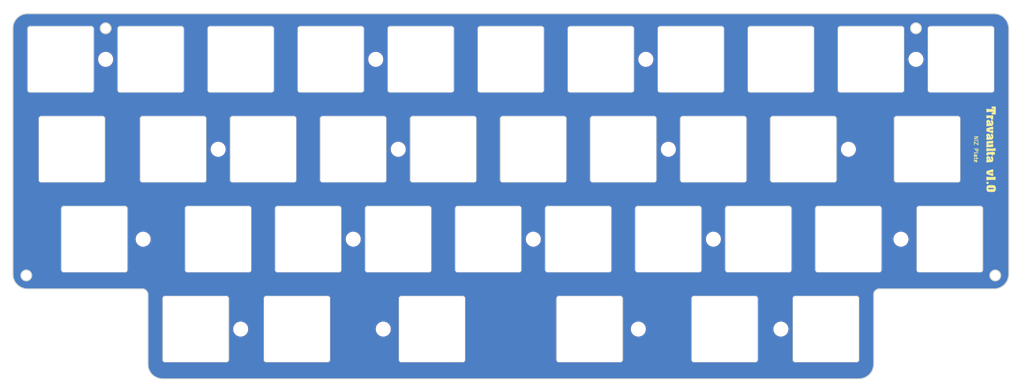
<source format=kicad_pcb>
(kicad_pcb (version 20221018) (generator pcbnew)
  (layers (0 "F.Cu" signal) (31 "B.Cu" signal) (34 "B.Paste" user) (35 "F.Paste" user) (36 "B.SilkS" user "B.Silkscreen") (37 "F.SilkS" user "F.Silkscreen") (38 "B.Mask" user) (39 "F.Mask" user) (44 "Edge.Cuts" user))
  (net 0 "")
  (net 1 "GND")
  (footprint "cipulot_parts:plate_cut_ecs_pad_NIZ" (layer "F.Cu") (at 192.0875 76.2)
    (fp_text reference "REF**")
    (fp_text value "Value " hide)
    (fp_line (start -7 -6.5) (end -7 6.5) (stroke (width 0.1)) (layer "Edge.Cuts"))
    (fp_line (start -6.5 -7) (end 6.5 -7) (stroke (width 0.1)) (layer "Edge.Cuts"))
    (fp_line (start -6.5 7) (end 6.5 7) (stroke (width 0.1)) (layer "Edge.Cuts"))
    (fp_line (start 7 -6.5) (end 7 6.5) (stroke (width 0.1)) (layer "Edge.Cuts"))
    (fp_arc (start -7 -6.5) (mid -6.853553 -6.853553) (end -6.5 -7) (stroke (width 0.1)) (layer "Edge.Cuts"))
    (fp_arc (start -6.5 7) (mid -6.853526 6.853526) (end -7 6.5) (stroke (width 0.1)) (layer "Edge.Cuts"))
    (fp_arc (start 6.5 -7) (mid 6.853524 -6.853524) (end 7 -6.5) (stroke (width 0.1)) (layer "Edge.Cuts"))
    (fp_arc (start 7 6.5) (mid 6.853553 6.853553) (end 6.5 7) (stroke (width 0.1)) (layer "Edge.Cuts"))
  )
  (footprint "cipulot_parts:plate_cut_ecs_pad_NIZ" (layer "F.Cu") (at 125.4125 95.25)
    (fp_text reference "REF**")
    (fp_text value "Value " hide)
    (fp_line (start -7 -6.5) (end -7 6.5) (stroke (width 0.1)) (layer "Edge.Cuts"))
    (fp_line (start -6.5 -7) (end 6.5 -7) (stroke (width 0.1)) (layer "Edge.Cuts"))
    (fp_line (start -6.5 7) (end 6.5 7) (stroke (width 0.1)) (layer "Edge.Cuts"))
    (fp_line (start 7 -6.5) (end 7 6.5) (stroke (width 0.1)) (layer "Edge.Cuts"))
    (fp_arc (start -7 -6.5) (mid -6.853553 -6.853553) (end -6.5 -7) (stroke (width 0.1)) (layer "Edge.Cuts"))
    (fp_arc (start -6.5 7) (mid -6.853526 6.853526) (end -7 6.5) (stroke (width 0.1)) (layer "Edge.Cuts"))
    (fp_arc (start 6.5 -7) (mid 6.853524 -6.853524) (end 7 -6.5) (stroke (width 0.1)) (layer "Edge.Cuts"))
    (fp_arc (start 7 6.5) (mid 6.853553 6.853553) (end 6.5 7) (stroke (width 0.1)) (layer "Edge.Cuts"))
  )
  (footprint "cipulot_parts:HOLE_M2" (layer "F.Cu") (at 115.8875 95.25)
    (fp_text reference "H5" hide)
    (fp_text value "MountingHole" hide)
    (pad "" np_thru_hole circle (at 0 0) (size 2.2 2.2) (drill 2.2) (layers "*.Cu" "*.Mask" "F.SilkS") (clearance 0.5))
  )
  (footprint "cipulot_parts:plate_cut_ecs_pad_NIZ" (layer "F.Cu") (at 187.325 57.15)
    (fp_text reference "REF**")
    (fp_text value "Value " hide)
    (fp_line (start -7 -6.5) (end -7 6.5) (stroke (width 0.1)) (layer "Edge.Cuts"))
    (fp_line (start -6.5 -7) (end 6.5 -7) (stroke (width 0.1)) (layer "Edge.Cuts"))
    (fp_line (start -6.5 7) (end 6.5 7) (stroke (width 0.1)) (layer "Edge.Cuts"))
    (fp_line (start 7 -6.5) (end 7 6.5) (stroke (width 0.1)) (layer "Edge.Cuts"))
    (fp_arc (start -7 -6.5) (mid -6.853553 -6.853553) (end -6.5 -7) (stroke (width 0.1)) (layer "Edge.Cuts"))
    (fp_arc (start -6.5 7) (mid -6.853526 6.853526) (end -7 6.5) (stroke (width 0.1)) (layer "Edge.Cuts"))
    (fp_arc (start 6.5 -7) (mid 6.853524 -6.853524) (end 7 -6.5) (stroke (width 0.1)) (layer "Edge.Cuts"))
    (fp_arc (start 7 6.5) (mid 6.853553 6.853553) (end 6.5 7) (stroke (width 0.1)) (layer "Edge.Cuts"))
  )
  (footprint "cipulot_parts:plate_cut_ecs_pad_NIZ" (layer "F.Cu") (at 134.9375 76.2)
    (fp_text reference "REF**")
    (fp_text value "Value " hide)
    (fp_line (start -7 -6.5) (end -7 6.5) (stroke (width 0.1)) (layer "Edge.Cuts"))
    (fp_line (start -6.5 -7) (end 6.5 -7) (stroke (width 0.1)) (layer "Edge.Cuts"))
    (fp_line (start -6.5 7) (end 6.5 7) (stroke (width 0.1)) (layer "Edge.Cuts"))
    (fp_line (start 7 -6.5) (end 7 6.5) (stroke (width 0.1)) (layer "Edge.Cuts"))
    (fp_arc (start -7 -6.5) (mid -6.853553 -6.853553) (end -6.5 -7) (stroke (width 0.1)) (layer "Edge.Cuts"))
    (fp_arc (start -6.5 7) (mid -6.853526 6.853526) (end -7 6.5) (stroke (width 0.1)) (layer "Edge.Cuts"))
    (fp_arc (start 6.5 -7) (mid 6.853524 -6.853524) (end 7 -6.5) (stroke (width 0.1)) (layer "Edge.Cuts"))
    (fp_arc (start 7 6.5) (mid 6.853553 6.853553) (end 6.5 7) (stroke (width 0.1)) (layer "Edge.Cuts"))
  )
  (footprint "cipulot_parts:plate_cut_ecs_pad_NIZ" (layer "F.Cu") (at 96.8375 76.2)
    (fp_text reference "REF**")
    (fp_text value "Value " hide)
    (fp_line (start -7 -6.5) (end -7 6.5) (stroke (width 0.1)) (layer "Edge.Cuts"))
    (fp_line (start -6.5 -7) (end 6.5 -7) (stroke (width 0.1)) (layer "Edge.Cuts"))
    (fp_line (start -6.5 7) (end 6.5 7) (stroke (width 0.1)) (layer "Edge.Cuts"))
    (fp_line (start 7 -6.5) (end 7 6.5) (stroke (width 0.1)) (layer "Edge.Cuts"))
    (fp_arc (start -7 -6.5) (mid -6.853553 -6.853553) (end -6.5 -7) (stroke (width 0.1)) (layer "Edge.Cuts"))
    (fp_arc (start -6.5 7) (mid -6.853526 6.853526) (end -7 6.5) (stroke (width 0.1)) (layer "Edge.Cuts"))
    (fp_arc (start 6.5 -7) (mid 6.853524 -6.853524) (end 7 -6.5) (stroke (width 0.1)) (layer "Edge.Cuts"))
    (fp_arc (start 7 6.5) (mid 6.853553 6.853553) (end 6.5 7) (stroke (width 0.1)) (layer "Edge.Cuts"))
  )
  (footprint "cipulot_parts:plate_cut_ecs_pad_NIZ" (layer "F.Cu") (at 115.8875 76.2)
    (fp_text reference "REF**")
    (fp_text value "Value " hide)
    (fp_line (start -7 -6.5) (end -7 6.5) (stroke (width 0.1)) (layer "Edge.Cuts"))
    (fp_line (start -6.5 -7) (end 6.5 -7) (stroke (width 0.1)) (layer "Edge.Cuts"))
    (fp_line (start -6.5 7) (end 6.5 7) (stroke (width 0.1)) (layer "Edge.Cuts"))
    (fp_line (start 7 -6.5) (end 7 6.5) (stroke (width 0.1)) (layer "Edge.Cuts"))
    (fp_arc (start -7 -6.5) (mid -6.853553 -6.853553) (end -6.5 -7) (stroke (width 0.1)) (layer "Edge.Cuts"))
    (fp_arc (start -6.5 7) (mid -6.853526 6.853526) (end -7 6.5) (stroke (width 0.1)) (layer "Edge.Cuts"))
    (fp_arc (start 6.5 -7) (mid 6.853524 -6.853524) (end 7 -6.5) (stroke (width 0.1)) (layer "Edge.Cuts"))
    (fp_arc (start 7 6.5) (mid 6.853553 6.853553) (end 6.5 7) (stroke (width 0.1)) (layer "Edge.Cuts"))
  )
  (footprint "" (layer "F.Cu") (at 176.2125 114.3)
    (fp_text reference "" (at 0 0) (layer "F.SilkS") (effects (font (size 1.27 1.27))))
    (fp_text value "" (at 0 0) (layer "F.SilkS") (effects (font (size 1.27 1.27))))
    (pad "" np_thru_hole circle (at 0 0) (size 2.2 2.2) (drill 2.2) (layers "*.Cu" "*.Mask" "F.SilkS") (clearance 0.5))
  )
  (footprint "" (layer "F.Cu") (at 71.4375 95.25)
    (fp_text reference "" (at 0 0) (layer "F.SilkS") (effects (font (size 1.27 1.27))))
    (fp_text value "" (at 0 0) (layer "F.SilkS") (effects (font (size 1.27 1.27))))
    (pad "" np_thru_hole circle (at 0 0) (size 2.2 2.2) (drill 2.2) (layers "*.Cu" "*.Mask" "F.SilkS") (clearance 0.5))
  )
  (footprint "cipulot_parts:plate_cut_ecs_pad_NIZ" (layer "F.Cu") (at 194.47 114.3)
    (fp_text reference "REF**")
    (fp_text value "Value " hide)
    (fp_line (start -7 -6.5) (end -7 6.5) (stroke (width 0.1)) (layer "Edge.Cuts"))
    (fp_line (start -6.5 -7) (end 6.5 -7) (stroke (width 0.1)) (layer "Edge.Cuts"))
    (fp_line (start -6.5 7) (end 6.5 7) (stroke (width 0.1)) (layer "Edge.Cuts"))
    (fp_line (start 7 -6.5) (end 7 6.5) (stroke (width 0.1)) (layer "Edge.Cuts"))
    (fp_arc (start -7 -6.5) (mid -6.853553 -6.853553) (end -6.5 -7) (stroke (width 0.1)) (layer "Edge.Cuts"))
    (fp_arc (start -6.5 7) (mid -6.853526 6.853526) (end -7 6.5) (stroke (width 0.1)) (layer "Edge.Cuts"))
    (fp_arc (start 6.5 -7) (mid 6.853524 -6.853524) (end 7 -6.5) (stroke (width 0.1)) (layer "Edge.Cuts"))
    (fp_arc (start 7 6.5) (mid 6.853553 6.853553) (end 6.5 7) (stroke (width 0.1)) (layer "Edge.Cuts"))
  )
  (footprint "cipulot_parts:plate_cut_ecs_pad_NIZ" (layer "F.Cu") (at 165.892 114.3)
    (fp_text reference "REF**" hide)
    (fp_text value "Value " hide)
    (fp_line (start -7 -6.5) (end -7 6.5) (stroke (width 0.1)) (layer "Edge.Cuts"))
    (fp_line (start -6.5 -7) (end 6.5 -7) (stroke (width 0.1)) (layer "Edge.Cuts"))
    (fp_line (start -6.5 7) (end 6.5 7) (stroke (width 0.1)) (layer "Edge.Cuts"))
    (fp_line (start 7 -6.5) (end 7 6.5) (stroke (width 0.1)) (layer "Edge.Cuts"))
    (fp_arc (start -7 -6.5) (mid -6.853553 -6.853553) (end -6.5 -7) (stroke (width 0.1)) (layer "Edge.Cuts"))
    (fp_arc (start -6.5 7) (mid -6.853526 6.853526) (end -7 6.5) (stroke (width 0.1)) (layer "Edge.Cuts"))
    (fp_arc (start 6.5 -7) (mid 6.853524 -6.853524) (end 7 -6.5) (stroke (width 0.1)) (layer "Edge.Cuts"))
    (fp_arc (start 7 6.5) (mid 6.853553 6.853553) (end 6.5 7) (stroke (width 0.1)) (layer "Edge.Cuts"))
  )
  (footprint "cipulot_parts:plate_cut_ecs_pad_NIZ" (layer "F.Cu") (at 77.7875 76.2)
    (fp_text reference "REF**")
    (fp_text value "Value " hide)
    (fp_line (start -7 -6.5) (end -7 6.5) (stroke (width 0.1)) (layer "Edge.Cuts"))
    (fp_line (start -6.5 -7) (end 6.5 -7) (stroke (width 0.1)) (layer "Edge.Cuts"))
    (fp_line (start -6.5 7) (end 6.5 7) (stroke (width 0.1)) (layer "Edge.Cuts"))
    (fp_line (start 7 -6.5) (end 7 6.5) (stroke (width 0.1)) (layer "Edge.Cuts"))
    (fp_arc (start -7 -6.5) (mid -6.853553 -6.853553) (end -6.5 -7) (stroke (width 0.1)) (layer "Edge.Cuts"))
    (fp_arc (start -6.5 7) (mid -6.853526 6.853526) (end -7 6.5) (stroke (width 0.1)) (layer "Edge.Cuts"))
    (fp_arc (start 6.5 -7) (mid 6.853524 -6.853524) (end 7 -6.5) (stroke (width 0.1)) (layer "Edge.Cuts"))
    (fp_arc (start 7 6.5) (mid 6.853553 6.853553) (end 6.5 7) (stroke (width 0.1)) (layer "Edge.Cuts"))
  )
  (footprint "" (layer "F.Cu") (at 92.075 114.3)
    (fp_text reference "" (at 0 0) (layer "F.SilkS") (effects (font (size 1.27 1.27))))
    (fp_text value "" (at 0 0) (layer "F.SilkS") (effects (font (size 1.27 1.27))))
    (pad "" np_thru_hole circle (at 0 0) (size 2.2 2.2) (drill 2.2) (layers "*.Cu" "*.Mask" "F.SilkS") (clearance 0.5))
  )
  (footprint "" (layer "F.Cu") (at 206.375 114.3)
    (fp_text reference "" (at 0 0) (layer "F.SilkS") (effects (font (size 1.27 1.27))))
    (fp_text value "" (at 0 0) (layer "F.SilkS") (effects (font (size 1.27 1.27))))
    (pad "" np_thru_hole circle (at 0 0) (size 2.2 2.2) (drill 2.2) (layers "*.Cu" "*.Mask" "F.SilkS") (clearance 0.5))
  )
  (footprint "cipulot_parts:plate_cut_ecs_pad_NIZ" (layer "F.Cu") (at 132.555 114.3)
    (fp_text reference "REF**")
    (fp_text value "Value " hide)
    (fp_line (start -7 -6.5) (end -7 6.5) (stroke (width 0.1)) (layer "Edge.Cuts"))
    (fp_line (start -6.5 -7) (end 6.5 -7) (stroke (width 0.1)) (layer "Edge.Cuts"))
    (fp_line (start -6.5 7) (end 6.5 7) (stroke (width 0.1)) (layer "Edge.Cuts"))
    (fp_line (start 7 -6.5) (end 7 6.5) (stroke (width 0.1)) (layer "Edge.Cuts"))
    (fp_arc (start -7 -6.5) (mid -6.853553 -6.853553) (end -6.5 -7) (stroke (width 0.1)) (layer "Edge.Cuts"))
    (fp_arc (start -6.5 7) (mid -6.853526 6.853526) (end -7 6.5) (stroke (width 0.1)) (layer "Edge.Cuts"))
    (fp_arc (start 6.5 -7) (mid 6.853524 -6.853524) (end 7 -6.5) (stroke (width 0.1)) (layer "Edge.Cuts"))
    (fp_arc (start 7 6.5) (mid 6.853553 6.853553) (end 6.5 7) (stroke (width 0.1)) (layer "Edge.Cuts"))
  )
  (footprint "cipulot_parts:plate_cut_ecs_pad_NIZ" (layer "F.Cu") (at 163.5125 95.25)
    (fp_text reference "REF**")
    (fp_text value "Value " hide)
    (fp_line (start -7 -6.5) (end -7 6.5) (stroke (width 0.1)) (layer "Edge.Cuts"))
    (fp_line (start -6.5 -7) (end 6.5 -7) (stroke (width 0.1)) (layer "Edge.Cuts"))
    (fp_line (start -6.5 7) (end 6.5 7) (stroke (width 0.1)) (layer "Edge.Cuts"))
    (fp_line (start 7 -6.5) (end 7 6.5) (stroke (width 0.1)) (layer "Edge.Cuts"))
    (fp_arc (start -7 -6.5) (mid -6.853553 -6.853553) (end -6.5 -7) (stroke (width 0.1)) (layer "Edge.Cuts"))
    (fp_arc (start -6.5 7) (mid -6.853526 6.853526) (end -7 6.5) (stroke (width 0.1)) (layer "Edge.Cuts"))
    (fp_arc (start 6.5 -7) (mid 6.853524 -6.853524) (end 7 -6.5) (stroke (width 0.1)) (layer "Edge.Cuts"))
    (fp_arc (start 7 6.5) (mid 6.853553 6.853553) (end 6.5 7) (stroke (width 0.1)) (layer "Edge.Cuts"))
  )
  (footprint "cipulot_parts:plate_cut_ecs_pad_NIZ" (layer "F.Cu") (at 82.55 114.3)
    (fp_text reference "REF**")
    (fp_text value "Value " hide)
    (fp_line (start -7 -6.5) (end -7 6.5) (stroke (width 0.1)) (layer "Edge.Cuts"))
    (fp_line (start -6.5 -7) (end 6.5 -7) (stroke (width 0.1)) (layer "Edge.Cuts"))
    (fp_line (start -6.5 7) (end 6.5 7) (stroke (width 0.1)) (layer "Edge.Cuts"))
    (fp_line (start 7 -6.5) (end 7 6.5) (stroke (width 0.1)) (layer "Edge.Cuts"))
    (fp_arc (start -7 -6.5) (mid -6.853553 -6.853553) (end -6.5 -7) (stroke (width 0.1)) (layer "Edge.Cuts"))
    (fp_arc (start -6.5 7) (mid -6.853526 6.853526) (end -7 6.5) (stroke (width 0.1)) (layer "Edge.Cuts"))
    (fp_arc (start 6.5 -7) (mid 6.853524 -6.853524) (end 7 -6.5) (stroke (width 0.1)) (layer "Edge.Cuts"))
    (fp_arc (start 7 6.5) (mid 6.853553 6.853553) (end 6.5 7) (stroke (width 0.1)) (layer "Edge.Cuts"))
  )
  (footprint "cipulot_parts:plate_cut_ecs_pad_NIZ" (layer "F.Cu") (at 153.9875 76.2)
    (fp_text reference "REF**")
    (fp_text value "Value " hide)
    (fp_line (start -7 -6.5) (end -7 6.5) (stroke (width 0.1)) (layer "Edge.Cuts"))
    (fp_line (start -6.5 -7) (end 6.5 -7) (stroke (width 0.1)) (layer "Edge.Cuts"))
    (fp_line (start -6.5 7) (end 6.5 7) (stroke (width 0.1)) (layer "Edge.Cuts"))
    (fp_line (start 7 -6.5) (end 7 6.5) (stroke (width 0.1)) (layer "Edge.Cuts"))
    (fp_arc (start -7 -6.5) (mid -6.853553 -6.853553) (end -6.5 -7) (stroke (width 0.1)) (layer "Edge.Cuts"))
    (fp_arc (start -6.5 7) (mid -6.853526 6.853526) (end -7 6.5) (stroke (width 0.1)) (layer "Edge.Cuts"))
    (fp_arc (start 6.5 -7) (mid 6.853524 -6.853524) (end 7 -6.5) (stroke (width 0.1)) (layer "Edge.Cuts"))
    (fp_arc (start 7 6.5) (mid 6.853553 6.853553) (end 6.5 7) (stroke (width 0.1)) (layer "Edge.Cuts"))
  )
  (footprint "cipulot_parts:plate_cut_ecs_pad_NIZ" (layer "F.Cu") (at 225.425 57.15)
    (fp_text reference "REF**")
    (fp_text value "Value " hide)
    (fp_line (start -7 -6.5) (end -7 6.5) (stroke (width 0.1)) (layer "Edge.Cuts"))
    (fp_line (start -6.5 -7) (end 6.5 -7) (stroke (width 0.1)) (layer "Edge.Cuts"))
    (fp_line (start -6.5 7) (end 6.5 7) (stroke (width 0.1)) (layer "Edge.Cuts"))
    (fp_line (start 7 -6.5) (end 7 6.5) (stroke (width 0.1)) (layer "Edge.Cuts"))
    (fp_arc (start -7 -6.5) (mid -6.853553 -6.853553) (end -6.5 -7) (stroke (width 0.1)) (layer "Edge.Cuts"))
    (fp_arc (start -6.5 7) (mid -6.853526 6.853526) (end -7 6.5) (stroke (width 0.1)) (layer "Edge.Cuts"))
    (fp_arc (start 6.5 -7) (mid 6.853524 -6.853524) (end 7 -6.5) (stroke (width 0.1)) (layer "Edge.Cuts"))
    (fp_arc (start 7 6.5) (mid 6.853553 6.853553) (end 6.5 7) (stroke (width 0.1)) (layer "Edge.Cuts"))
  )
  (footprint "cipulot_parts:plate_cut_ecs_pad_NIZ" (layer "F.Cu") (at 61.12 95.25)
    (fp_text reference "REF**")
    (fp_text value "Value " hide)
    (fp_line (start -7 -6.5) (end -7 6.5) (stroke (width 0.1)) (layer "Edge.Cuts"))
    (fp_line (start -6.5 -7) (end 6.5 -7) (stroke (width 0.1)) (layer "Edge.Cuts"))
    (fp_line (start -6.5 7) (end 6.5 7) (stroke (width 0.1)) (layer "Edge.Cuts"))
    (fp_line (start 7 -6.5) (end 7 6.5) (stroke (width 0.1)) (layer "Edge.Cuts"))
    (fp_arc (start -7 -6.5) (mid -6.853553 -6.853553) (end -6.5 -7) (stroke (width 0.1)) (layer "Edge.Cuts"))
    (fp_arc (start -6.5 7) (mid -6.853526 6.853526) (end -7 6.5) (stroke (width 0.1)) (layer "Edge.Cuts"))
    (fp_arc (start 6.5 -7) (mid 6.853524 -6.853524) (end 7 -6.5) (stroke (width 0.1)) (layer "Edge.Cuts"))
    (fp_arc (start 7 6.5) (mid 6.853553 6.853553) (end 6.5 7) (stroke (width 0.1)) (layer "Edge.Cuts"))
  )
  (footprint "cipulot_parts:plate_cut_ecs_pad_NIZ" (layer "F.Cu") (at 168.275 57.15)
    (fp_text reference "REF**")
    (fp_text value "Value " hide)
    (fp_line (start -7 -6.5) (end -7 6.5) (stroke (width 0.1)) (layer "Edge.Cuts"))
    (fp_line (start -6.5 -7) (end 6.5 -7) (stroke (width 0.1)) (layer "Edge.Cuts"))
    (fp_line (start -6.5 7) (end 6.5 7) (stroke (width 0.1)) (layer "Edge.Cuts"))
    (fp_line (start 7 -6.5) (end 7 6.5) (stroke (width 0.1)) (layer "Edge.Cuts"))
    (fp_arc (start -7 -6.5) (mid -6.853553 -6.853553) (end -6.5 -7) (stroke (width 0.1)) (layer "Edge.Cuts"))
    (fp_arc (start -6.5 7) (mid -6.853526 6.853526) (end -7 6.5) (stroke (width 0.1)) (layer "Edge.Cuts"))
    (fp_arc (start 6.5 -7) (mid 6.853524 -6.853524) (end 7 -6.5) (stroke (width 0.1)) (layer "Edge.Cuts"))
    (fp_arc (start 7 6.5) (mid 6.853553 6.853553) (end 6.5 7) (stroke (width 0.1)) (layer "Edge.Cuts"))
  )
  (footprint "" (layer "F.Cu") (at 177.8 57.15)
    (fp_text reference "" (at 0 0) (layer "F.SilkS") (effects (font (size 1.27 1.27))))
    (fp_text value "" (at 0 0) (layer "F.SilkS") (effects (font (size 1.27 1.27))))
    (pad "" np_thru_hole circle (at 0 0) (size 2.2 2.2) (drill 2.2) (layers "*.Cu" "*.Mask" "F.SilkS") (clearance 0.5))
  )
  (footprint "cipulot_parts:plate_cut_ecs_pad_NIZ" (layer "F.Cu") (at 201.6125 95.25)
    (fp_text reference "REF**")
    (fp_text value "Value " hide)
    (fp_line (start -7 -6.5) (end -7 6.5) (stroke (width 0.1)) (layer "Edge.Cuts"))
    (fp_line (start -6.5 -7) (end 6.5 -7) (stroke (width 0.1)) (layer "Edge.Cuts"))
    (fp_line (start -6.5 7) (end 6.5 7) (stroke (width 0.1)) (layer "Edge.Cuts"))
    (fp_line (start 7 -6.5) (end 7 6.5) (stroke (width 0.1)) (layer "Edge.Cuts"))
    (fp_arc (start -7 -6.5) (mid -6.853553 -6.853553) (end -6.5 -7) (stroke (width 0.1)) (layer "Edge.Cuts"))
    (fp_arc (start -6.5 7) (mid -6.853526 6.853526) (end -7 6.5) (stroke (width 0.1)) (layer "Edge.Cuts"))
    (fp_arc (start 6.5 -7) (mid 6.853524 -6.853524) (end 7 -6.5) (stroke (width 0.1)) (layer "Edge.Cuts"))
    (fp_arc (start 7 6.5) (mid 6.853553 6.853553) (end 6.5 7) (stroke (width 0.1)) (layer "Edge.Cuts"))
  )
  (footprint "cipulot_parts:plate_cut_ecs_pad_NIZ" (layer "F.Cu") (at 237.33 76.2)
    (fp_text reference "REF**")
    (fp_text value "Value " hide)
    (fp_line (start -7 -6.5) (end -7 6.5) (stroke (width 0.1)) (layer "Edge.Cuts"))
    (fp_line (start -6.5 -7) (end 6.5 -7) (stroke (width 0.1)) (layer "Edge.Cuts"))
    (fp_line (start -6.5 7) (end 6.5 7) (stroke (width 0.1)) (layer "Edge.Cuts"))
    (fp_line (start 7 -6.5) (end 7 6.5) (stroke (width 0.1)) (layer "Edge.Cuts"))
    (fp_arc (start -7 -6.5) (mid -6.853553 -6.853553) (end -6.5 -7) (stroke (width 0.1)) (layer "Edge.Cuts"))
    (fp_arc (start -6.5 7) (mid -6.853526 6.853526) (end -7 6.5) (stroke (width 0.1)) (layer "Edge.Cuts"))
    (fp_arc (start 6.5 -7) (mid 6.853524 -6.853524) (end 7 -6.5) (stroke (width 0.1)) (layer "Edge.Cuts"))
    (fp_arc (start 7 6.5) (mid 6.853553 6.853553) (end 6.5 7) (stroke (width 0.1)) (layer "Edge.Cuts"))
  )
  (footprint "cipulot_parts:plate_cut_ecs_pad_NIZ" (layer "F.Cu") (at 53.975 57.15)
    (fp_text reference "REF**")
    (fp_text value "Value " hide)
    (fp_line (start -7 -6.5) (end -7 6.5) (stroke (width 0.1)) (layer "Edge.Cuts"))
    (fp_line (start -6.5 -7) (end 6.5 -7) (stroke (width 0.1)) (layer "Edge.Cuts"))
    (fp_line (start -6.5 7) (end 6.5 7) (stroke (width 0.1)) (layer "Edge.Cuts"))
    (fp_line (start 7 -6.5) (end 7 6.5) (stroke (width 0.1)) (layer "Edge.Cuts"))
    (fp_arc (start -7 -6.5) (mid -6.853553 -6.853553) (end -6.5 -7) (stroke (width 0.1)) (layer "Edge.Cuts"))
    (fp_arc (start -6.5 7) (mid -6.853526 6.853526) (end -7 6.5) (stroke (width 0.1)) (layer "Edge.Cuts"))
    (fp_arc (start 6.5 -7) (mid 6.853524 -6.853524) (end 7 -6.5) (stroke (width 0.1)) (layer "Edge.Cuts"))
    (fp_arc (start 7 6.5) (mid 6.853553 6.853553) (end 6.5 7) (stroke (width 0.1)) (layer "Edge.Cuts"))
  )
  (footprint "" (layer "F.Cu") (at 122.2375 114.3)
    (fp_text reference "" (at 0 0) (layer "F.SilkS") (effects (font (size 1.27 1.27))))
    (fp_text value "" (at 0 0) (layer "F.SilkS") (effects (font (size 1.27 1.27))))
    (pad "" np_thru_hole circle (at 0 0) (size 2.2 2.2) (drill 2.2) (layers "*.Cu" "*.Mask" "F.SilkS") (clearance 0.5))
  )
  (footprint "cipulot_parts:plate_cut_ecs_pad_NIZ" (layer "F.Cu") (at 220.6625 95.25)
    (fp_text reference "REF**")
    (fp_text value "Value " hide)
    (fp_line (start -7 -6.5) (end -7 6.5) (stroke (width 0.1)) (layer "Edge.Cuts"))
    (fp_line (start -6.5 -7) (end 6.5 -7) (stroke (width 0.1)) (layer "Edge.Cuts"))
    (fp_line (start -6.5 7) (end 6.5 7) (stroke (width 0.1)) (layer "Edge.Cuts"))
    (fp_line (start 7 -6.5) (end 7 6.5) (stroke (width 0.1)) (layer "Edge.Cuts"))
    (fp_arc (start -7 -6.5) (mid -6.853553 -6.853553) (end -6.5 -7) (stroke (width 0.1)) (layer "Edge.Cuts"))
    (fp_arc (start -6.5 7) (mid -6.853526 6.853526) (end -7 6.5) (stroke (width 0.1)) (layer "Edge.Cuts"))
    (fp_arc (start 6.5 -7) (mid 6.853524 -6.853524) (end 7 -6.5) (stroke (width 0.1)) (layer "Edge.Cuts"))
    (fp_arc (start 7 6.5) (mid 6.853553 6.853553) (end 6.5 7) (stroke (width 0.1)) (layer "Edge.Cuts"))
  )
  (footprint "" (layer "F.Cu") (at 192.0875 95.25)
    (fp_text reference "" (at 0 0) (layer "F.SilkS") (effects (font (size 1.27 1.27))))
    (fp_text value "" (at 0 0) (layer "F.SilkS") (effects (font (size 1.27 1.27))))
    (pad "" np_thru_hole circle (at 0 0) (size 2.2 2.2) (drill 2.2) (layers "*.Cu" "*.Mask" "F.SilkS") (clearance 0.5))
  )
  (footprint "" (layer "F.Cu") (at 120.65 57.15)
    (fp_text reference "" (at 0 0) (layer "F.SilkS") (effects (font (size 1.27 1.27))))
    (fp_text value "" (at 0 0) (layer "F.SilkS") (effects (font (size 1.27 1.27))))
    (pad "" np_thru_hole circle (at 0 0) (size 2.2 2.2) (drill 2.2) (layers "*.Cu" "*.Mask" "F.SilkS") (clearance 0.5))
  )
  (footprint "cipulot_parts:plate_cut_ecs_pad_NIZ" (layer "F.Cu") (at 173.0375 76.2)
    (fp_text reference "REF**")
    (fp_text value "Value " hide)
    (fp_line (start -7 -6.5) (end -7 6.5) (stroke (width 0.1)) (layer "Edge.Cuts"))
    (fp_line (start -6.5 -7) (end 6.5 -7) (stroke (width 0.1)) (layer "Edge.Cuts"))
    (fp_line (start -6.5 7) (end 6.5 7) (stroke (width 0.1)) (layer "Edge.Cuts"))
    (fp_line (start 7 -6.5) (end 7 6.5) (stroke (width 0.1)) (layer "Edge.Cuts"))
    (fp_arc (start -7 -6.5) (mid -6.853553 -6.853553) (end -6.5 -7) (stroke (width 0.1)) (layer "Edge.Cuts"))
    (fp_arc (start -6.5 7) (mid -6.853526 6.853526) (end -7 6.5) (stroke (width 0.1)) (layer "Edge.Cuts"))
    (fp_arc (start 6.5 -7) (mid 6.853524 -6.853524) (end 7 -6.5) (stroke (width 0.1)) (layer "Edge.Cuts"))
    (fp_arc (start 7 6.5) (mid 6.853553 6.853553) (end 6.5 7) (stroke (width 0.1)) (layer "Edge.Cuts"))
  )
  (footprint "" (layer "F.Cu") (at 220.6625 76.2)
    (fp_text reference "" (at 0 0) (layer "F.SilkS") (effects (font (size 1.27 1.27))))
    (fp_text value "" (at 0 0) (layer "F.SilkS") (effects (font (size 1.27 1.27))))
    (pad "" np_thru_hole circle (at 0 0) (size 2.2 2.2) (drill 2.2) (layers "*.Cu" "*.Mask" "F.SilkS") (clearance 0.5))
  )
  (footprint "" (layer "F.Cu") (at 63.5 57.15)
    (fp_text reference "" (at 0 0) (layer "F.SilkS") (effects (font (size 1.27 1.27))))
    (fp_text value "" (at 0 0) (layer "F.SilkS") (effects (font (size 1.27 1.27))))
    (pad "" np_thru_hole circle (at 0 0) (size 2.2 2.2) (drill 2.2) (layers "*.Cu" "*.Mask" "F.SilkS") (clearance 0.5))
  )
  (footprint "cipulot_parts:plate_cut_ecs_pad_NIZ" (layer "F.Cu") (at 215.9 114.3)
    (fp_text reference "REF**" hide)
    (fp_text value "Value " hide)
    (fp_line (start -7 -6.5) (end -7 6.5) (stroke (width 0.1)) (layer "Edge.Cuts"))
    (fp_line (start -6.5 -7) (end 6.5 -7) (stroke (width 0.1)) (layer "Edge.Cuts"))
    (fp_line (start -6.5 7) (end 6.5 7) (stroke (width 0.1)) (layer "Edge.Cuts"))
    (fp_line (start 7 -6.5) (end 7 6.5) (stroke (width 0.1)) (layer "Edge.Cuts"))
    (fp_arc (start -7 -6.5) (mid -6.853553 -6.853553) (end -6.5 -7) (stroke (width 0.1)) (layer "Edge.Cuts"))
    (fp_arc (start -6.5 7) (mid -6.853526 6.853526) (end -7 6.5) (stroke (width 0.1)) (layer "Edge.Cuts"))
    (fp_arc (start 6.5 -7) (mid 6.853524 -6.853524) (end 7 -6.5) (stroke (width 0.1)) (layer "Edge.Cuts"))
    (fp_arc (start 7 6.5) (mid 6.853553 6.853553) (end 6.5 7) (stroke (width 0.1)) (layer "Edge.Cuts"))
  )
  (footprint "cipulot_parts:plate_cut_ecs_pad_NIZ" (layer "F.Cu") (at 106.3625 95.25)
    (fp_text reference "REF**")
    (fp_text value "Value " hide)
    (fp_line (start -7 -6.5) (end -7 6.5) (stroke (width 0.1)) (layer "Edge.Cuts"))
    (fp_line (start -6.5 -7) (end 6.5 -7) (stroke (width 0.1)) (layer "Edge.Cuts"))
    (fp_line (start -6.5 7) (end 6.5 7) (stroke (width 0.1)) (layer "Edge.Cuts"))
    (fp_line (start 7 -6.5) (end 7 6.5) (stroke (width 0.1)) (layer "Edge.Cuts"))
    (fp_arc (start -7 -6.5) (mid -6.853553 -6.853553) (end -6.5 -7) (stroke (width 0.1)) (layer "Edge.Cuts"))
    (fp_arc (start -6.5 7) (mid -6.853526 6.853526) (end -7 6.5) (stroke (width 0.1)) (layer "Edge.Cuts"))
    (fp_arc (start 6.5 -7) (mid 6.853524 -6.853524) (end 7 -6.5) (stroke (width 0.1)) (layer "Edge.Cuts"))
    (fp_arc (start 7 6.5) (mid 6.853553 6.853553) (end 6.5 7) (stroke (width 0.1)) (layer "Edge.Cuts"))
  )
  (footprint "cipulot_parts:plate_cut_ecs_pad_NIZ" (layer "F.Cu") (at 111.125 57.15)
    (fp_text reference "REF**")
    (fp_text value "Value " hide)
    (fp_line (start -7 -6.5) (end -7 6.5) (stroke (width 0.1)) (layer "Edge.Cuts"))
    (fp_line (start -6.5 -7) (end 6.5 -7) (stroke (width 0.1)) (layer "Edge.Cuts"))
    (fp_line (start -6.5 7) (end 6.5 7) (stroke (width 0.1)) (layer "Edge.Cuts"))
    (fp_line (start 7 -6.5) (end 7 6.5) (stroke (width 0.1)) (layer "Edge.Cuts"))
    (fp_arc (start -7 -6.5) (mid -6.853553 -6.853553) (end -6.5 -7) (stroke (width 0.1)) (layer "Edge.Cuts"))
    (fp_arc (start -6.5 7) (mid -6.853526 6.853526) (end -7 6.5) (stroke (width 0.1)) (layer "Edge.Cuts"))
    (fp_arc (start 6.5 -7) (mid 6.853524 -6.853524) (end 7 -6.5) (stroke (width 0.1)) (layer "Edge.Cuts"))
    (fp_arc (start 7 6.5) (mid 6.853553 6.853553) (end 6.5 7) (stroke (width 0.1)) (layer "Edge.Cuts"))
  )
  (footprint "cipulot_parts:plate_cut_ecs_pad_NIZ" (layer "F.Cu") (at 242.095 95.25)
    (fp_text reference "REF**")
    (fp_text value "Value " hide)
    (fp_line (start -7 -6.5) (end -7 6.5) (stroke (width 0.1)) (layer "Edge.Cuts"))
    (fp_line (start -6.5 -7) (end 6.5 -7) (stroke (width 0.1)) (layer "Edge.Cuts"))
    (fp_line (start -6.5 7) (end 6.5 7) (stroke (width 0.1)) (layer "Edge.Cuts"))
    (fp_line (start 7 -6.5) (end 7 6.5) (stroke (width 0.1)) (layer "Edge.Cuts"))
    (fp_arc (start -7 -6.5) (mid -6.853553 -6.853553) (end -6.5 -7) (stroke (width 0.1)) (layer "Edge.Cuts"))
    (fp_arc (start -6.5 7) (mid -6.853526 6.853526) (end -7 6.5) (stroke (width 0.1)) (layer "Edge.Cuts"))
    (fp_arc (start 6.5 -7) (mid 6.853524 -6.853524) (end 7 -6.5) (stroke (width 0.1)) (layer "Edge.Cuts"))
    (fp_arc (start 7 6.5) (mid 6.853553 6.853553) (end 6.5 7) (stroke (width 0.1)) (layer "Edge.Cuts"))
  )
  (footprint "cipulot_parts:plate_cut_ecs_pad_NIZ" (layer "F.Cu") (at 182.5625 95.25)
    (fp_text reference "REF**")
    (fp_text value "Value " hide)
    (fp_line (start -7 -6.5) (end -7 6.5) (stroke (width 0.1)) (layer "Edge.Cuts"))
    (fp_line (start -6.5 -7) (end 6.5 -7) (stroke (width 0.1)) (layer "Edge.Cuts"))
    (fp_line (start -6.5 7) (end 6.5 7) (stroke (width 0.1)) (layer "Edge.Cuts"))
    (fp_line (start 7 -6.5) (end 7 6.5) (stroke (width 0.1)) (layer "Edge.Cuts"))
    (fp_arc (start -7 -6.5) (mid -6.853553 -6.853553) (end -6.5 -7) (stroke (width 0.1)) (layer "Edge.Cuts"))
    (fp_arc (start -6.5 7) (mid -6.853526 6.853526) (end -7 6.5) (stroke (width 0.1)) (layer "Edge.Cuts"))
    (fp_arc (start 6.5 -7) (mid 6.853524 -6.853524) (end 7 -6.5) (stroke (width 0.1)) (layer "Edge.Cuts"))
    (fp_arc (start 7 6.5) (mid 6.853553 6.853553) (end 6.5 7) (stroke (width 0.1)) (layer "Edge.Cuts"))
  )
  (footprint "cipulot_parts:plate_cut_ecs_pad_NIZ" (layer "F.Cu") (at 144.4625 95.25)
    (fp_text reference "REF**")
    (fp_text value "Value " hide)
    (fp_line (start -7 -6.5) (end -7 6.5) (stroke (width 0.1)) (layer "Edge.Cuts"))
    (fp_line (start -6.5 -7) (end 6.5 -7) (stroke (width 0.1)) (layer "Edge.Cuts"))
    (fp_line (start -6.5 7) (end 6.5 7) (stroke (width 0.1)) (layer "Edge.Cuts"))
    (fp_line (start 7 -6.5) (end 7 6.5) (stroke (width 0.1)) (layer "Edge.Cuts"))
    (fp_arc (start -7 -6.5) (mid -6.853553 -6.853553) (end -6.5 -7) (stroke (width 0.1)) (layer "Edge.Cuts"))
    (fp_arc (start -6.5 7) (mid -6.853526 6.853526) (end -7 6.5) (stroke (width 0.1)) (layer "Edge.Cuts"))
    (fp_arc (start 6.5 -7) (mid 6.853524 -6.853524) (end 7 -6.5) (stroke (width 0.1)) (layer "Edge.Cuts"))
    (fp_arc (start 7 6.5) (mid 6.853553 6.853553) (end 6.5 7) (stroke (width 0.1)) (layer "Edge.Cuts"))
  )
  (footprint "cipulot_parts:plate_cut_ecs_pad_NIZ" (layer "F.Cu") (at 56.358 76.2)
    (fp_text reference "REF**")
    (fp_text value "Value " hide)
    (fp_line (start -7 -6.5) (end -7 6.5) (stroke (width 0.1)) (layer "Edge.Cuts"))
    (fp_line (start -6.5 -7) (end 6.5 -7) (stroke (width 0.1)) (layer "Edge.Cuts"))
    (fp_line (start -6.5 7) (end 6.5 7) (stroke (width 0.1)) (layer "Edge.Cuts"))
    (fp_line (start 7 -6.5) (end 7 6.5) (stroke (width 0.1)) (layer "Edge.Cuts"))
    (fp_arc (start -7 -6.5) (mid -6.853553 -6.853553) (end -6.5 -7) (stroke (width 0.1)) (layer "Edge.Cuts"))
    (fp_arc (start -6.5 7) (mid -6.853526 6.853526) (end -7 6.5) (stroke (width 0.1)) (layer "Edge.Cuts"))
    (fp_arc (start 6.5 -7) (mid 6.853524 -6.853524) (end 7 -6.5) (stroke (width 0.1)) (layer "Edge.Cuts"))
    (fp_arc (start 7 6.5) (mid 6.853553 6.853553) (end 6.5 7) (stroke (width 0.1)) (layer "Edge.Cuts"))
  )
  (footprint "cipulot_parts:plate_cut_ecs_pad_NIZ" (layer "F.Cu") (at 73.025 57.15)
    (fp_text reference "REF**")
    (fp_text value "Value " hide)
    (fp_line (start -7 -6.5) (end -7 6.5) (stroke (width 0.1)) (layer "Edge.Cuts"))
    (fp_line (start -6.5 -7) (end 6.5 -7) (stroke (width 0.1)) (layer "Edge.Cuts"))
    (fp_line (start -6.5 7) (end 6.5 7) (stroke (width 0.1)) (layer "Edge.Cuts"))
    (fp_line (start 7 -6.5) (end 7 6.5) (stroke (width 0.1)) (layer "Edge.Cuts"))
    (fp_arc (start -7 -6.5) (mid -6.853553 -6.853553) (end -6.5 -7) (stroke (width 0.1)) (layer "Edge.Cuts"))
    (fp_arc (start -6.5 7) (mid -6.853526 6.853526) (end -7 6.5) (stroke (width 0.1)) (layer "Edge.Cuts"))
    (fp_arc (start 6.5 -7) (mid 6.853524 -6.853524) (end 7 -6.5) (stroke (width 0.1)) (layer "Edge.Cuts"))
    (fp_arc (start 7 6.5) (mid 6.853553 6.853553) (end 6.5 7) (stroke (width 0.1)) (layer "Edge.Cuts"))
  )
  (footprint "cipulot_parts:plate_cut_ecs_pad_NIZ" (layer "F.Cu") (at 149.225 57.15)
    (fp_text reference "REF**")
    (fp_text value "Value " hide)
    (fp_line (start -7 -6.5) (end -7 6.5) (stroke (width 0.1)) (layer "Edge.Cuts"))
    (fp_line (start -6.5 -7) (end 6.5 -7) (stroke (width 0.1)) (layer "Edge.Cuts"))
    (fp_line (start -6.5 7) (end 6.5 7) (stroke (width 0.1)) (layer "Edge.Cuts"))
    (fp_line (start 7 -6.5) (end 7 6.5) (stroke (width 0.1)) (layer "Edge.Cuts"))
    (fp_arc (start -7 -6.5) (mid -6.853553 -6.853553) (end -6.5 -7) (stroke (width 0.1)) (layer "Edge.Cuts"))
    (fp_arc (start -6.5 7) (mid -6.853526 6.853526) (end -7 6.5) (stroke (width 0.1)) (layer "Edge.Cuts"))
    (fp_arc (start 6.5 -7) (mid 6.853524 -6.853524) (end 7 -6.5) (stroke (width 0.1)) (layer "Edge.Cuts"))
    (fp_arc (start 7 6.5) (mid 6.853553 6.853553) (end 6.5 7) (stroke (width 0.1)) (layer "Edge.Cuts"))
  )
  (footprint "" (layer "F.Cu") (at 153.9875 95.25)
    (fp_text reference "" (at 0 0) (layer "F.SilkS") (effects (font (size 1.27 1.27))))
    (fp_text value "" (at 0 0) (layer "F.SilkS") (effects (font (size 1.27 1.27))))
    (pad "" np_thru_hole circle locked (at 0 0) (size 2.2 2.2) (drill 2.2) (layers "*.Cu" "*.Mask" "F.SilkS") (clearance 0.5))
  )
  (footprint "" (layer "F.Cu") (at 87.3125 76.2)
    (fp_text reference "" (at 0 0) (layer "F.SilkS") (effects (font (size 1.27 1.27))))
    (fp_text value "" (at 0 0) (layer "F.SilkS") (effects (font (size 1.27 1.27))))
    (pad "" np_thru_hole circle (at 0 0) (size 2.2 2.2) (drill 2.2) (layers "*.Cu" "*.Mask" "F.SilkS") (clearance 0.5))
  )
  (footprint "cipulot_parts:plate_cut_ecs_pad_NIZ" (layer "F.Cu") (at 130.175 57.15)
    (fp_text reference "REF**")
    (fp_text value "Value " hide)
    (fp_line (start -7 -6.5) (end -7 6.5) (stroke (width 0.1)) (layer "Edge.Cuts"))
    (fp_line (start -6.5 -7) (end 6.5 -7) (stroke (width 0.1)) (layer "Edge.Cuts"))
    (fp_line (start -6.5 7) (end 6.5 7) (stroke (width 0.1)) (layer "Edge.Cuts"))
    (fp_line (start 7 -6.5) (end 7 6.5) (stroke (width 0.1)) (layer "Edge.Cuts"))
    (fp_arc (start -7 -6.5) (mid -6.853553 -6.853553) (end -6.5 -7) (stroke (width 0.1)) (layer "Edge.Cuts"))
    (fp_arc (start -6.5 7) (mid -6.853526 6.853526) (end -7 6.5) (stroke (width 0.1)) (layer "Edge.Cuts"))
    (fp_arc (start 6.5 -7) (mid 6.853524 -6.853524) (end 7 -6.5) (stroke (width 0.1)) (layer "Edge.Cuts"))
    (fp_arc (start 7 6.5) (mid 6.853553 6.853553) (end 6.5 7) (stroke (width 0.1)) (layer "Edge.Cuts"))
  )
  (footprint "LOGO" (layer "F.Cu") (at 250.825 76.2 -90)
    (fp_text reference "G***" hide)
    (fp_text value "LOGO" hide)
  )
  (footprint "cipulot_parts:plate_cut_ecs_pad_NIZ" (layer "F.Cu") (at 87.3125 95.25)
    (fp_text reference "REF**")
    (fp_text value "Value " hide)
    (fp_line (start -7 -6.5) (end -7 6.5) (stroke (width 0.1)) (layer "Edge.Cuts"))
    (fp_line (start -6.5 -7) (end 6.5 -7) (stroke (width 0.1)) (layer "Edge.Cuts"))
    (fp_line (start -6.5 7) (end 6.5 7) (stroke (width 0.1)) (layer "Edge.Cuts"))
    (fp_line (start 7 -6.5) (end 7 6.5) (stroke (width 0.1)) (layer "Edge.Cuts"))
    (fp_arc (start -7 -6.5) (mid -6.853553 -6.853553) (end -6.5 -7) (stroke (width 0.1)) (layer "Edge.Cuts"))
    (fp_arc (start -6.5 7) (mid -6.853526 6.853526) (end -7 6.5) (stroke (width 0.1)) (layer "Edge.Cuts"))
    (fp_arc (start 6.5 -7) (mid 6.853524 -6.853524) (end 7 -6.5) (stroke (width 0.1)) (layer "Edge.Cuts"))
    (fp_arc (start 7 6.5) (mid 6.853553 6.853553) (end 6.5 7) (stroke (width 0.1)) (layer "Edge.Cuts"))
  )
  (footprint "" (layer "F.Cu") (at 231.775 95.25)
    (fp_text reference "" (at 0 0) (layer "F.SilkS") (effects (font (size 1.27 1.27))))
    (fp_text value "" (at 0 0) (layer "F.SilkS") (effects (font (size 1.27 1.27))))
    (pad "" np_thru_hole circle (at 0 0) (size 2.2 2.2) (drill 2.2) (layers "*.Cu" "*.Mask" "F.SilkS") (clearance 0.5))
  )
  (footprint "cipulot_parts:plate_cut_ecs_pad_NIZ" (layer "F.Cu") (at 244.475 57.15)
    (fp_text reference "REF**")
    (fp_text value "Value " hide)
    (fp_line (start -7 -6.5) (end -7 6.5) (stroke (width 0.1)) (layer "Edge.Cuts"))
    (fp_line (start -6.5 -7) (end 6.5 -7) (stroke (width 0.1)) (layer "Edge.Cuts"))
    (fp_line (start -6.5 7) (end 6.5 7) (stroke (width 0.1)) (layer "Edge.Cuts"))
    (fp_line (start 7 -6.5) (end 7 6.5) (stroke (width 0.1)) (layer "Edge.Cuts"))
    (fp_arc (start -7 -6.5) (mid -6.853553 -6.853553) (end -6.5 -7) (stroke (width 0.1)) (layer "Edge.Cuts"))
    (fp_arc (start -6.5 7) (mid -6.853526 6.853526) (end -7 6.5) (stroke (width 0.1)) (layer "Edge.Cuts"))
    (fp_arc (start 6.5 -7) (mid 6.853524 -6.853524) (end 7 -6.5) (stroke (width 0.1)) (layer "Edge.Cuts"))
    (fp_arc (start 7 6.5) (mid 6.853553 6.853553) (end 6.5 7) (stroke (width 0.1)) (layer "Edge.Cuts"))
  )
  (footprint "cipulot_parts:plate_cut_ecs_pad_NIZ" (layer "F.Cu") (at 92.075 57.15)
    (fp_text reference "REF**")
    (fp_text value "Value " hide)
    (fp_line (start -7 -6.5) (end -7 6.5) (stroke (width 0.1)) (layer "Edge.Cuts"))
    (fp_line (start -6.5 -7) (end 6.5 -7) (stroke (width 0.1)) (layer "Edge.Cuts"))
    (fp_line (start -6.5 7) (end 6.5 7) (stroke (width 0.1)) (layer "Edge.Cuts"))
    (fp_line (start 7 -6.5) (end 7 6.5) (stroke (width 0.1)) (layer "Edge.Cuts"))
    (fp_arc (start -7 -6.5) (mid -6.853553 -6.853553) (end -6.5 -7) (stroke (width 0.1)) (layer "Edge.Cuts"))
    (fp_arc (start -6.5 7) (mid -6.853526 6.853526) (end -7 6.5) (stroke (width 0.1)) (layer "Edge.Cuts"))
    (fp_arc (start 6.5 -7) (mid 6.853524 -6.853524) (end 7 -6.5) (stroke (width 0.1)) (layer "Edge.Cuts"))
    (fp_arc (start 7 6.5) (mid 6.853553 6.853553) (end 6.5 7) (stroke (width 0.1)) (layer "Edge.Cuts"))
  )
  (footprint "" (layer "F.Cu") (at 234.95 57.15)
    (fp_text reference "" (at 0 0) (layer "F.SilkS") (effects (font (size 1.27 1.27))))
    (fp_text value "" (at 0 0) (layer "F.SilkS") (effects (font (size 1.27 1.27))))
    (pad "" np_thru_hole circle (at 0 0) (size 2.2 2.2) (drill 2.2) (layers "*.Cu" "*.Mask" "F.SilkS") (clearance 0.5))
  )
  (footprint "cipulot_parts:plate_cut_ecs_pad_NIZ" (layer "F.Cu") (at 103.98 114.3)
    (fp_text reference "REF**")
    (fp_text value "Value " hide)
    (fp_line (start -7 -6.5) (end -7 6.5) (stroke (width 0.1)) (layer "Edge.Cuts"))
    (fp_line (start -6.5 -7) (end 6.5 -7) (stroke (width 0.1)) (layer "Edge.Cuts"))
    (fp_line (start -6.5 7) (end 6.5 7) (stroke (width 0.1)) (layer "Edge.Cuts"))
    (fp_line (start 7 -6.5) (end 7 6.5) (stroke (width 0.1)) (layer "Edge.Cuts"))
    (fp_arc (start -7 -6.5) (mid -6.853553 -6.853553) (end -6.5 -7) (stroke (width 0.1)) (layer "Edge.Cuts"))
    (fp_arc (start -6.5 7) (mid -6.853526 6.853526) (end -7 6.5) (stroke (width 0.1)) (layer "Edge.Cuts"))
    (fp_arc (start 6.5 -7) (mid 6.853524 -6.853524) (end 7 -6.5) (stroke (width 0.1)) (layer "Edge.Cuts"))
    (fp_arc (start 7 6.5) (mid 6.853553 6.853553) (end 6.5 7) (stroke (width 0.1)) (layer "Edge.Cuts"))
  )
  (footprint "cipulot_parts:plate_cut_ecs_pad_NIZ" (layer "F.Cu") (at 211.1375 76.2)
    (fp_text reference "REF**")
    (fp_text value "Value " hide)
    (fp_line (start -7 -6.5) (end -7 6.5) (stroke (width 0.1)) (layer "Edge.Cuts"))
    (fp_line (start -6.5 -7) (end 6.5 -7) (stroke (width 0.1)) (layer "Edge.Cuts"))
    (fp_line (start -6.5 7) (end 6.5 7) (stroke (width 0.1)) (layer "Edge.Cuts"))
    (fp_line (start 7 -6.5) (end 7 6.5) (stroke (width 0.1)) (layer "Edge.Cuts"))
    (fp_arc (start -7 -6.5) (mid -6.853553 -6.853553) (end -6.5 -7) (stroke (width 0.1)) (layer "Edge.Cuts"))
    (fp_arc (start -6.5 7) (mid -6.853526 6.853526) (end -7 6.5) (stroke (width 0.1)) (layer "Edge.Cuts"))
    (fp_arc (start 6.5 -7) (mid 6.853524 -6.853524) (end 7 -6.5) (stroke (width 0.1)) (layer "Edge.Cuts"))
    (fp_arc (start 7 6.5) (mid 6.853553 6.853553) (end 6.5 7) (stroke (width 0.1)) (layer "Edge.Cuts"))
  )
  (footprint "" (layer "F.Cu") (at 182.5625 76.2)
    (fp_text reference "" (at 0 0) (layer "F.SilkS") (effects (font (size 1.27 1.27))))
    (fp_text value "" (at 0 0) (layer "F.SilkS") (effects (font (size 1.27 1.27))))
    (pad "" np_thru_hole circle (at 0 0) (size 2.2 2.2) (drill 2.2) (layers "*.Cu" "*.Mask" "F.SilkS") (clearance 0.5))
  )
  (footprint "cipulot_parts:plate_cut_ecs_pad_NIZ" (layer "F.Cu") (at 206.375 57.15)
    (fp_text reference "REF**")
    (fp_text value "Value " hide)
    (fp_line (start -7 -6.5) (end -7 6.5) (stroke (width 0.1)) (layer "Edge.Cuts"))
    (fp_line (start -6.5 -7) (end 6.5 -7) (stroke (width 0.1)) (layer "Edge.Cuts"))
    (fp_line (start -6.5 7) (end 6.5 7) (stroke (width 0.1)) (layer "Edge.Cuts"))
    (fp_line (start 7 -6.5) (end 7 6.5) (stroke (width 0.1)) (layer "Edge.Cuts"))
    (fp_arc (start -7 -6.5) (mid -6.853553 -6.853553) (end -6.5 -7) (stroke (width 0.1)) (layer "Edge.Cuts"))
    (fp_arc (start -6.5 7) (mid -6.853526 6.853526) (end -7 6.5) (stroke (width 0.1)) (layer "Edge.Cuts"))
    (fp_arc (start 6.5 -7) (mid 6.853524 -6.853524) (end 7 -6.5) (stroke (width 0.1)) (layer "Edge.Cuts"))
    (fp_arc (start 7 6.5) (mid 6.853553 6.853553) (end 6.5 7) (stroke (width 0.1)) (layer "Edge.Cuts"))
  )
  (footprint "" (layer "F.Cu") (at 125.4125 76.2)
    (fp_text reference "" (at 0 0) (layer "F.SilkS") (effects (font (size 1.27 1.27))))
    (fp_text value "" (at 0 0) (layer "F.SilkS") (effects (font (size 1.27 1.27))))
    (pad "" np_thru_hole circle (at 0 0) (size 2.2 2.2) (drill 2.2) (layers "*.Cu" "*.Mask" "F.SilkS") (clearance 0.5))
  )
  (gr_line (start 254.575 50.574999) (end 254.575 102.674999) (stroke (width 0.2)) (layer "Edge.Cuts"))
  (gr_arc (start 43.875 50.574999) (mid 44.782969 48.382968) (end 46.975 47.474999) (stroke (width 0.2)) (layer "Edge.Cuts"))
  (gr_line (start 251.475 105.774999) (end 227.2 105.774999) (stroke (width 0.2)) (layer "Edge.Cuts"))
  (gr_arc (start 226 106.974999) (mid 226.351472 106.126471) (end 227.2 105.774999) (stroke (width 0.2)) (layer "Edge.Cuts"))
  (gr_arc (start 71.25 105.774999) (mid 72.098528 106.126471) (end 72.45 106.974999) (stroke (width 0.2)) (layer "Edge.Cuts"))
  (gr_line (start 222.9 124.824999) (end 75.55 124.824999) (stroke (width 0.2)) (layer "Edge.Cuts"))
  (gr_line (start 72.45 121.724999) (end 72.45 106.974999) (stroke (width 0.2)) (layer "Edge.Cuts"))
  (gr_arc (start 75.55 124.824999) (mid 73.357969 123.91703) (end 72.45 121.724999) (stroke (width 0.2)) (layer "Edge.Cuts"))
  (gr_circle (center 234.95 50.574999) (end 236.1 50.574999) (stroke (width 0.2)) (fill none) (layer "Edge.Cuts"))
  (gr_line (start 43.875 102.674999) (end 43.875 50.574999) (stroke (width 0.2)) (layer "Edge.Cuts"))
  (gr_arc (start 251.475 47.474999) (mid 253.667031 48.382968) (end 254.575 50.574999) (stroke (width 0.2)) (layer "Edge.Cuts"))
  (gr_circle (center 63.5 50.574999) (end 64.65 50.574999) (stroke (width 0.2)) (fill none) (layer "Edge.Cuts"))
  (gr_arc (start 254.575 102.674999) (mid 253.667031 104.86703) (end 251.475 105.774999) (stroke (width 0.2)) (layer "Edge.Cuts"))
  (gr_line (start 46.975 47.474999) (end 251.475 47.474999) (stroke (width 0.2)) (layer "Edge.Cuts"))
  (gr_line (start 226 106.974999) (end 226 121.724999) (stroke (width 0.2)) (layer "Edge.Cuts"))
  (gr_arc (start 226 121.724999) (mid 225.092031 123.91703) (end 222.9 124.824999) (stroke (width 0.2)) (layer "Edge.Cuts"))
  (gr_circle (center 46.716 102.933999) (end 47.866 102.933999) (stroke (width 0.2)) (fill none) (layer "Edge.Cuts"))
  (gr_circle (center 251.734375 102.933999) (end 252.884375 102.933999) (stroke (width 0.2)) (fill none) (layer "Edge.Cuts"))
  (gr_arc (start 46.975 105.774999) (mid 44.782969 104.86703) (end 43.875 102.674999) (stroke (width 0.2)) (layer "Edge.Cuts"))
  (gr_line (start 71.25 105.774999) (end 46.975 105.774999) (stroke (width 0.2)) (layer "Edge.Cuts"))
  (gr_text "NiZ Plate" (at 247.65 76.2 270) (layer "F.SilkS") (effects (font (size 0.8 0.8))))
  (zone (net 1) (net_name "GND") (layers "F&B.Cu") (connect_pads (clearance 0)) (min_thickness 0.254) (fill yes (thermal_gap 0.508) (thermal_bridge_width 0.508) (island_removal_mode 1) (island_area_min 0))
    (polygon (pts (xy 257.81 44.704) (xy 257.81 125.476) (xy 41.148 125.222) (xy 41.148 44.577)))
  )
)
</source>
